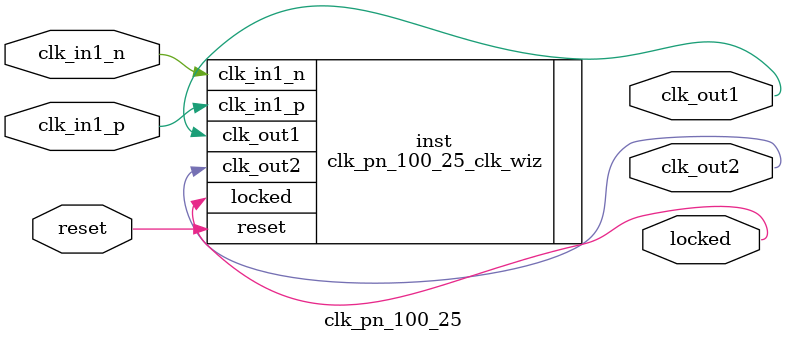
<source format=v>


`timescale 1ps/1ps

(* CORE_GENERATION_INFO = "clk_pn_100_25,clk_wiz_v6_0_1_0_0,{component_name=clk_pn_100_25,use_phase_alignment=true,use_min_o_jitter=false,use_max_i_jitter=false,use_dyn_phase_shift=false,use_inclk_switchover=false,use_dyn_reconfig=false,enable_axi=0,feedback_source=FDBK_AUTO,PRIMITIVE=MMCM,num_out_clk=2,clkin1_period=8.000,clkin2_period=10.000,use_power_down=false,use_reset=true,use_locked=true,use_inclk_stopped=false,feedback_type=SINGLE,CLOCK_MGR_TYPE=NA,manual_override=false}" *)

module clk_pn_100_25 
 (
  // Clock out ports
  output        clk_out1,
  output        clk_out2,
  // Status and control signals
  input         reset,
  output        locked,
 // Clock in ports
  input         clk_in1_p,
  input         clk_in1_n
 );

  clk_pn_100_25_clk_wiz inst
  (
  // Clock out ports  
  .clk_out1(clk_out1),
  .clk_out2(clk_out2),
  // Status and control signals               
  .reset(reset), 
  .locked(locked),
 // Clock in ports
  .clk_in1_p(clk_in1_p),
  .clk_in1_n(clk_in1_n)
  );

endmodule

</source>
